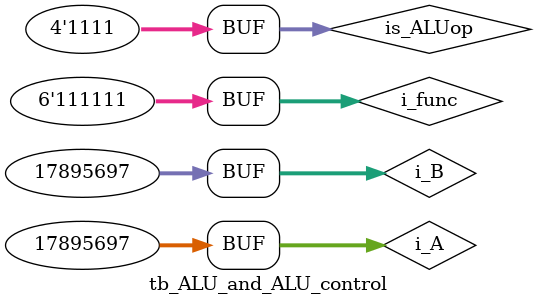
<source format=v>
`timescale 1ns / 1ps
module tb_ALU_and_ALU_control();

    reg  [31 : 0] i_A;
    reg  [31 : 0] i_B;
    reg  [3  : 0] is_ALUop;
    reg  [5  : 0] i_func;  
    
    wire [31 : 0] o_res;

    wire [3 : 0]bus_operation;
    
    initial begin
        is_ALUop = 0;
        i_func  = 0;
        
        #100

        //ADD
        #10
        is_ALUop = 4'b0000;
        i_func   = 6'b100000;
        i_A      = 'h00000001;
        i_B      = 'h00000005;

        //ADD
        #10
        is_ALUop = 4'b0000;
        i_func   = 6'b100000;
        i_A      = 'h00000001;
        i_B      = 'h00000005;

        //SUB zero 
        #10
        is_ALUop = 4'b0000;
        i_func   = 6'b100010;
        i_A      = 'h00000001;
        i_B      = 'h00000001;

        //SUB  
        #10
        is_ALUop = 4'b0000;
        i_func   = 6'b100010;
        i_A      = 'h00000005;
        i_B      = 'h00000008;

        //SUB UNSIGNED
        #10
        is_ALUop = 4'b0000;
        i_func   = 6'b100011;
        i_A      = 'h00000005;
        i_B      = 'h00000008;
        
        //AND
        #10
        is_ALUop = 4'b0000;
        i_func   = 6'b100100;
        i_A      = 'h000000f0;
        i_B      = 'h0000000f;
        
        //OR 
        #10
        is_ALUop = 4'b0000;
        i_func   = 6'b100101;
        i_A      = 'h000000f1;
        i_B      = 'h00000000;

        //XOR
        #10
        is_ALUop = 4'b0000;
        i_func   = 6'b100110;
        i_A      = 'h00010010;
        i_B      = 'h01000010;

        //NOR
        #10
        is_ALUop = 4'b0000;
        i_func   = 6'b100111;
        i_A      = 'h00000121;
        i_B      = 'h00000021;

        //SLT yes
        #10
        is_ALUop = 4'b0000;
        i_func   = 6'b101010;
        i_A      = 'h00000001;
        i_B      = 'h00000010;
        
        //SLT no
        #10
        is_ALUop = 4'b0000;
        i_func   = 6'b101010;
        i_A      = 'h00000101;
        i_B      = 'h00000010;
       
        //SLL
        #10
        is_ALUop = 4'b0000;
        i_func   = 6'b000000;
        i_A      = 'h00000100;//Es lo que esta en shmat desplazo 4
        i_B      = 'h0000001f;

        //SRL
        #10
        is_ALUop = 4'b0000;
        i_func  = 6'b000010;
        i_A      = 'h00000100;
        i_B      = 'h0000001f;
        
        //SRA 
        #10
        is_ALUop = 4'b0000;
        i_func   = 6'b000011;
        i_A      = 'h00000100;
        i_B      = 'h8000000f;
        
        //SLLV
        #10
        is_ALUop = 4'b0000;
        i_func   = 6'b000100;
        i_A      = 'h00000005;
        i_B      = 'h00000001;
        
        //SRLV
        #10
        is_ALUop = 4'b0000;
        i_func   = 6'b000110;
        i_A      = 'h00000003;
        i_B      = 'h00000001;
        
        //SRAV
        #10
        is_ALUop = 4'b0000;
        i_func   = 6'b000111;
        i_A      = 'h00000005;
        i_B      = 'h80000001;
        
        //DEFAULT
        #10
        is_ALUop = 4'b0000;
        i_func   = 6'b100001;
        i_A      = 'h00000100;
        i_B      = 'h8000000f;
        
        //load ostore (ADD) 
        #10
        is_ALUop = 4'b0001;
        i_func   = 6'b111111;
        i_A      = 'h00000100;
        i_B      = 'h8000000f;
        
        //ADDI (ADD) 
        #10
        is_ALUop = 4'b0010;
        i_func   = 6'b111111;
        i_A      = 'h00000100;
        i_B      = 'h8000000f;
        
        //ANDI (AND)
        #10
        is_ALUop = 4'b0011;
        i_func   = 6'b111111;
        i_A      = 'h00000100;
        i_B      = 'h8000000f;
        
        //ORI (OR) 
        #10
        is_ALUop = 4'b0100;
        i_func   = 6'b111111;
        i_A      = 'h00000100;
        i_B      = 'h8000000f;
        
        //XORI (XOR)
        #10
        is_ALUop = 4'b0101;
        i_func   = 6'b111111;
        i_A      = 'h00000100;
        i_B      = 'h8000000f;
        
        //SLIT yes
        #10
        is_ALUop = 4'b0110;
        i_func   = 6'b111111;
        i_A      = 'h00000001;
        i_B      = 'h0000000f;
        
        //SLIT no
        #10
        is_ALUop = 4'b0110;
        i_func   = 6'b111111;
        i_A      = 'h00000100;
        i_B      = 'h8000000f;
       
        //DEFAULT
        #10
        is_ALUop = 4'b1111;
        i_func   = 6'b111111;
        i_A      = 'h1111111;
        i_B      = 'h1111111;
    end
    
    ALU u_ALU(
             .i_A(i_A),
             .i_B(i_B),
             .i_operation(bus_operation),
             .o_res(o_res)
             );
    ALU_control u_ALU_control(
                             .is_ALUop(is_ALUop),
                             .i_func(i_func),
                             .o_operation(bus_operation)
                             );
endmodule

</source>
